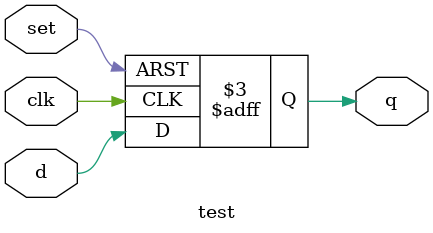
<source format=v>
module test(input d, clk, set, output reg q);
always @(posedge clk or negedge set) 
    if(!set)
	    q <= 1;
	else	
        q <= d;
endmodule	

</source>
